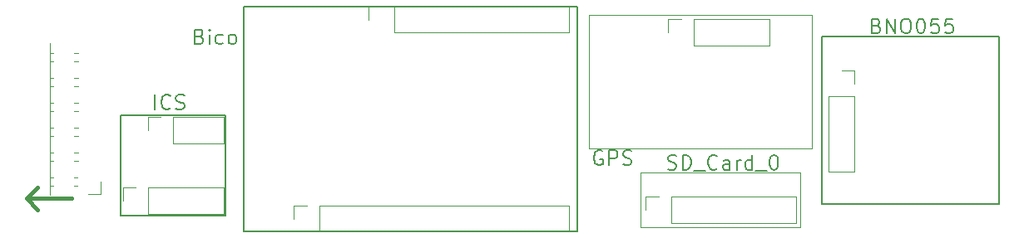
<source format=gbr>
%TF.GenerationSoftware,KiCad,Pcbnew,9.0.5*%
%TF.CreationDate,2025-11-06T16:05:17+09:00*%
%TF.ProjectId,________3,d6ecc3c9-dcfc-4c95-9f33-2e6b69636164,rev?*%
%TF.SameCoordinates,Original*%
%TF.FileFunction,Legend,Top*%
%TF.FilePolarity,Positive*%
%FSLAX46Y46*%
G04 Gerber Fmt 4.6, Leading zero omitted, Abs format (unit mm)*
G04 Created by KiCad (PCBNEW 9.0.5) date 2025-11-06 16:05:17*
%MOMM*%
%LPD*%
G01*
G04 APERTURE LIST*
%ADD10C,0.153000*%
%ADD11C,0.100000*%
%ADD12C,0.400000*%
%ADD13C,0.200000*%
%ADD14C,0.120000*%
G04 APERTURE END LIST*
D10*
X178245000Y-136310000D02*
X196335000Y-136310000D01*
X196335000Y-153450000D01*
X178245000Y-153450000D01*
X178245000Y-136310000D01*
D11*
X154555000Y-134140000D02*
X177225000Y-134140000D01*
X177225000Y-147730000D01*
X154555000Y-147730000D01*
X154555000Y-134140000D01*
X159850000Y-150170000D02*
X176110000Y-150170000D01*
X176110000Y-155810000D01*
X159850000Y-155810000D01*
X159850000Y-150170000D01*
D10*
X106900000Y-144325000D02*
X117600000Y-144325000D01*
X117600000Y-154595000D01*
X106900000Y-154595000D01*
X106900000Y-144325000D01*
X119440000Y-133236773D02*
X153380000Y-133236773D01*
X153380000Y-156206773D01*
X119440000Y-156206773D01*
X119440000Y-133236773D01*
D12*
X101878271Y-152850800D02*
X97306843Y-152850800D01*
X98449700Y-151707942D02*
X97306843Y-152850800D01*
X97306843Y-152850800D02*
X98449700Y-153993657D01*
D13*
X114948720Y-136310314D02*
X115163006Y-136381742D01*
X115163006Y-136381742D02*
X115234435Y-136453171D01*
X115234435Y-136453171D02*
X115305863Y-136596028D01*
X115305863Y-136596028D02*
X115305863Y-136810314D01*
X115305863Y-136810314D02*
X115234435Y-136953171D01*
X115234435Y-136953171D02*
X115163006Y-137024600D01*
X115163006Y-137024600D02*
X115020149Y-137096028D01*
X115020149Y-137096028D02*
X114448720Y-137096028D01*
X114448720Y-137096028D02*
X114448720Y-135596028D01*
X114448720Y-135596028D02*
X114948720Y-135596028D01*
X114948720Y-135596028D02*
X115091578Y-135667457D01*
X115091578Y-135667457D02*
X115163006Y-135738885D01*
X115163006Y-135738885D02*
X115234435Y-135881742D01*
X115234435Y-135881742D02*
X115234435Y-136024600D01*
X115234435Y-136024600D02*
X115163006Y-136167457D01*
X115163006Y-136167457D02*
X115091578Y-136238885D01*
X115091578Y-136238885D02*
X114948720Y-136310314D01*
X114948720Y-136310314D02*
X114448720Y-136310314D01*
X115948720Y-137096028D02*
X115948720Y-136096028D01*
X115948720Y-135596028D02*
X115877292Y-135667457D01*
X115877292Y-135667457D02*
X115948720Y-135738885D01*
X115948720Y-135738885D02*
X116020149Y-135667457D01*
X116020149Y-135667457D02*
X115948720Y-135596028D01*
X115948720Y-135596028D02*
X115948720Y-135738885D01*
X117305864Y-137024600D02*
X117163006Y-137096028D01*
X117163006Y-137096028D02*
X116877292Y-137096028D01*
X116877292Y-137096028D02*
X116734435Y-137024600D01*
X116734435Y-137024600D02*
X116663006Y-136953171D01*
X116663006Y-136953171D02*
X116591578Y-136810314D01*
X116591578Y-136810314D02*
X116591578Y-136381742D01*
X116591578Y-136381742D02*
X116663006Y-136238885D01*
X116663006Y-136238885D02*
X116734435Y-136167457D01*
X116734435Y-136167457D02*
X116877292Y-136096028D01*
X116877292Y-136096028D02*
X117163006Y-136096028D01*
X117163006Y-136096028D02*
X117305864Y-136167457D01*
X118163006Y-137096028D02*
X118020149Y-137024600D01*
X118020149Y-137024600D02*
X117948720Y-136953171D01*
X117948720Y-136953171D02*
X117877292Y-136810314D01*
X117877292Y-136810314D02*
X117877292Y-136381742D01*
X117877292Y-136381742D02*
X117948720Y-136238885D01*
X117948720Y-136238885D02*
X118020149Y-136167457D01*
X118020149Y-136167457D02*
X118163006Y-136096028D01*
X118163006Y-136096028D02*
X118377292Y-136096028D01*
X118377292Y-136096028D02*
X118520149Y-136167457D01*
X118520149Y-136167457D02*
X118591578Y-136238885D01*
X118591578Y-136238885D02*
X118663006Y-136381742D01*
X118663006Y-136381742D02*
X118663006Y-136810314D01*
X118663006Y-136810314D02*
X118591578Y-136953171D01*
X118591578Y-136953171D02*
X118520149Y-137024600D01*
X118520149Y-137024600D02*
X118377292Y-137096028D01*
X118377292Y-137096028D02*
X118163006Y-137096028D01*
X110378720Y-143756028D02*
X110378720Y-142256028D01*
X111950149Y-143613171D02*
X111878721Y-143684600D01*
X111878721Y-143684600D02*
X111664435Y-143756028D01*
X111664435Y-143756028D02*
X111521578Y-143756028D01*
X111521578Y-143756028D02*
X111307292Y-143684600D01*
X111307292Y-143684600D02*
X111164435Y-143541742D01*
X111164435Y-143541742D02*
X111093006Y-143398885D01*
X111093006Y-143398885D02*
X111021578Y-143113171D01*
X111021578Y-143113171D02*
X111021578Y-142898885D01*
X111021578Y-142898885D02*
X111093006Y-142613171D01*
X111093006Y-142613171D02*
X111164435Y-142470314D01*
X111164435Y-142470314D02*
X111307292Y-142327457D01*
X111307292Y-142327457D02*
X111521578Y-142256028D01*
X111521578Y-142256028D02*
X111664435Y-142256028D01*
X111664435Y-142256028D02*
X111878721Y-142327457D01*
X111878721Y-142327457D02*
X111950149Y-142398885D01*
X112521578Y-143684600D02*
X112735864Y-143756028D01*
X112735864Y-143756028D02*
X113093006Y-143756028D01*
X113093006Y-143756028D02*
X113235864Y-143684600D01*
X113235864Y-143684600D02*
X113307292Y-143613171D01*
X113307292Y-143613171D02*
X113378721Y-143470314D01*
X113378721Y-143470314D02*
X113378721Y-143327457D01*
X113378721Y-143327457D02*
X113307292Y-143184600D01*
X113307292Y-143184600D02*
X113235864Y-143113171D01*
X113235864Y-143113171D02*
X113093006Y-143041742D01*
X113093006Y-143041742D02*
X112807292Y-142970314D01*
X112807292Y-142970314D02*
X112664435Y-142898885D01*
X112664435Y-142898885D02*
X112593006Y-142827457D01*
X112593006Y-142827457D02*
X112521578Y-142684600D01*
X112521578Y-142684600D02*
X112521578Y-142541742D01*
X112521578Y-142541742D02*
X112593006Y-142398885D01*
X112593006Y-142398885D02*
X112664435Y-142327457D01*
X112664435Y-142327457D02*
X112807292Y-142256028D01*
X112807292Y-142256028D02*
X113164435Y-142256028D01*
X113164435Y-142256028D02*
X113378721Y-142327457D01*
X183848720Y-135200314D02*
X184063006Y-135271742D01*
X184063006Y-135271742D02*
X184134435Y-135343171D01*
X184134435Y-135343171D02*
X184205863Y-135486028D01*
X184205863Y-135486028D02*
X184205863Y-135700314D01*
X184205863Y-135700314D02*
X184134435Y-135843171D01*
X184134435Y-135843171D02*
X184063006Y-135914600D01*
X184063006Y-135914600D02*
X183920149Y-135986028D01*
X183920149Y-135986028D02*
X183348720Y-135986028D01*
X183348720Y-135986028D02*
X183348720Y-134486028D01*
X183348720Y-134486028D02*
X183848720Y-134486028D01*
X183848720Y-134486028D02*
X183991578Y-134557457D01*
X183991578Y-134557457D02*
X184063006Y-134628885D01*
X184063006Y-134628885D02*
X184134435Y-134771742D01*
X184134435Y-134771742D02*
X184134435Y-134914600D01*
X184134435Y-134914600D02*
X184063006Y-135057457D01*
X184063006Y-135057457D02*
X183991578Y-135128885D01*
X183991578Y-135128885D02*
X183848720Y-135200314D01*
X183848720Y-135200314D02*
X183348720Y-135200314D01*
X184848720Y-135986028D02*
X184848720Y-134486028D01*
X184848720Y-134486028D02*
X185705863Y-135986028D01*
X185705863Y-135986028D02*
X185705863Y-134486028D01*
X186705864Y-134486028D02*
X186991578Y-134486028D01*
X186991578Y-134486028D02*
X187134435Y-134557457D01*
X187134435Y-134557457D02*
X187277292Y-134700314D01*
X187277292Y-134700314D02*
X187348721Y-134986028D01*
X187348721Y-134986028D02*
X187348721Y-135486028D01*
X187348721Y-135486028D02*
X187277292Y-135771742D01*
X187277292Y-135771742D02*
X187134435Y-135914600D01*
X187134435Y-135914600D02*
X186991578Y-135986028D01*
X186991578Y-135986028D02*
X186705864Y-135986028D01*
X186705864Y-135986028D02*
X186563007Y-135914600D01*
X186563007Y-135914600D02*
X186420149Y-135771742D01*
X186420149Y-135771742D02*
X186348721Y-135486028D01*
X186348721Y-135486028D02*
X186348721Y-134986028D01*
X186348721Y-134986028D02*
X186420149Y-134700314D01*
X186420149Y-134700314D02*
X186563007Y-134557457D01*
X186563007Y-134557457D02*
X186705864Y-134486028D01*
X188277293Y-134486028D02*
X188420150Y-134486028D01*
X188420150Y-134486028D02*
X188563007Y-134557457D01*
X188563007Y-134557457D02*
X188634436Y-134628885D01*
X188634436Y-134628885D02*
X188705864Y-134771742D01*
X188705864Y-134771742D02*
X188777293Y-135057457D01*
X188777293Y-135057457D02*
X188777293Y-135414600D01*
X188777293Y-135414600D02*
X188705864Y-135700314D01*
X188705864Y-135700314D02*
X188634436Y-135843171D01*
X188634436Y-135843171D02*
X188563007Y-135914600D01*
X188563007Y-135914600D02*
X188420150Y-135986028D01*
X188420150Y-135986028D02*
X188277293Y-135986028D01*
X188277293Y-135986028D02*
X188134436Y-135914600D01*
X188134436Y-135914600D02*
X188063007Y-135843171D01*
X188063007Y-135843171D02*
X187991578Y-135700314D01*
X187991578Y-135700314D02*
X187920150Y-135414600D01*
X187920150Y-135414600D02*
X187920150Y-135057457D01*
X187920150Y-135057457D02*
X187991578Y-134771742D01*
X187991578Y-134771742D02*
X188063007Y-134628885D01*
X188063007Y-134628885D02*
X188134436Y-134557457D01*
X188134436Y-134557457D02*
X188277293Y-134486028D01*
X190134435Y-134486028D02*
X189420149Y-134486028D01*
X189420149Y-134486028D02*
X189348721Y-135200314D01*
X189348721Y-135200314D02*
X189420149Y-135128885D01*
X189420149Y-135128885D02*
X189563007Y-135057457D01*
X189563007Y-135057457D02*
X189920149Y-135057457D01*
X189920149Y-135057457D02*
X190063007Y-135128885D01*
X190063007Y-135128885D02*
X190134435Y-135200314D01*
X190134435Y-135200314D02*
X190205864Y-135343171D01*
X190205864Y-135343171D02*
X190205864Y-135700314D01*
X190205864Y-135700314D02*
X190134435Y-135843171D01*
X190134435Y-135843171D02*
X190063007Y-135914600D01*
X190063007Y-135914600D02*
X189920149Y-135986028D01*
X189920149Y-135986028D02*
X189563007Y-135986028D01*
X189563007Y-135986028D02*
X189420149Y-135914600D01*
X189420149Y-135914600D02*
X189348721Y-135843171D01*
X191563006Y-134486028D02*
X190848720Y-134486028D01*
X190848720Y-134486028D02*
X190777292Y-135200314D01*
X190777292Y-135200314D02*
X190848720Y-135128885D01*
X190848720Y-135128885D02*
X190991578Y-135057457D01*
X190991578Y-135057457D02*
X191348720Y-135057457D01*
X191348720Y-135057457D02*
X191491578Y-135128885D01*
X191491578Y-135128885D02*
X191563006Y-135200314D01*
X191563006Y-135200314D02*
X191634435Y-135343171D01*
X191634435Y-135343171D02*
X191634435Y-135700314D01*
X191634435Y-135700314D02*
X191563006Y-135843171D01*
X191563006Y-135843171D02*
X191491578Y-135914600D01*
X191491578Y-135914600D02*
X191348720Y-135986028D01*
X191348720Y-135986028D02*
X190991578Y-135986028D01*
X190991578Y-135986028D02*
X190848720Y-135914600D01*
X190848720Y-135914600D02*
X190777292Y-135843171D01*
X162607292Y-149824600D02*
X162821578Y-149896028D01*
X162821578Y-149896028D02*
X163178720Y-149896028D01*
X163178720Y-149896028D02*
X163321578Y-149824600D01*
X163321578Y-149824600D02*
X163393006Y-149753171D01*
X163393006Y-149753171D02*
X163464435Y-149610314D01*
X163464435Y-149610314D02*
X163464435Y-149467457D01*
X163464435Y-149467457D02*
X163393006Y-149324600D01*
X163393006Y-149324600D02*
X163321578Y-149253171D01*
X163321578Y-149253171D02*
X163178720Y-149181742D01*
X163178720Y-149181742D02*
X162893006Y-149110314D01*
X162893006Y-149110314D02*
X162750149Y-149038885D01*
X162750149Y-149038885D02*
X162678720Y-148967457D01*
X162678720Y-148967457D02*
X162607292Y-148824600D01*
X162607292Y-148824600D02*
X162607292Y-148681742D01*
X162607292Y-148681742D02*
X162678720Y-148538885D01*
X162678720Y-148538885D02*
X162750149Y-148467457D01*
X162750149Y-148467457D02*
X162893006Y-148396028D01*
X162893006Y-148396028D02*
X163250149Y-148396028D01*
X163250149Y-148396028D02*
X163464435Y-148467457D01*
X164107291Y-149896028D02*
X164107291Y-148396028D01*
X164107291Y-148396028D02*
X164464434Y-148396028D01*
X164464434Y-148396028D02*
X164678720Y-148467457D01*
X164678720Y-148467457D02*
X164821577Y-148610314D01*
X164821577Y-148610314D02*
X164893006Y-148753171D01*
X164893006Y-148753171D02*
X164964434Y-149038885D01*
X164964434Y-149038885D02*
X164964434Y-149253171D01*
X164964434Y-149253171D02*
X164893006Y-149538885D01*
X164893006Y-149538885D02*
X164821577Y-149681742D01*
X164821577Y-149681742D02*
X164678720Y-149824600D01*
X164678720Y-149824600D02*
X164464434Y-149896028D01*
X164464434Y-149896028D02*
X164107291Y-149896028D01*
X165250149Y-150038885D02*
X166393006Y-150038885D01*
X167607291Y-149753171D02*
X167535863Y-149824600D01*
X167535863Y-149824600D02*
X167321577Y-149896028D01*
X167321577Y-149896028D02*
X167178720Y-149896028D01*
X167178720Y-149896028D02*
X166964434Y-149824600D01*
X166964434Y-149824600D02*
X166821577Y-149681742D01*
X166821577Y-149681742D02*
X166750148Y-149538885D01*
X166750148Y-149538885D02*
X166678720Y-149253171D01*
X166678720Y-149253171D02*
X166678720Y-149038885D01*
X166678720Y-149038885D02*
X166750148Y-148753171D01*
X166750148Y-148753171D02*
X166821577Y-148610314D01*
X166821577Y-148610314D02*
X166964434Y-148467457D01*
X166964434Y-148467457D02*
X167178720Y-148396028D01*
X167178720Y-148396028D02*
X167321577Y-148396028D01*
X167321577Y-148396028D02*
X167535863Y-148467457D01*
X167535863Y-148467457D02*
X167607291Y-148538885D01*
X168893006Y-149896028D02*
X168893006Y-149110314D01*
X168893006Y-149110314D02*
X168821577Y-148967457D01*
X168821577Y-148967457D02*
X168678720Y-148896028D01*
X168678720Y-148896028D02*
X168393006Y-148896028D01*
X168393006Y-148896028D02*
X168250148Y-148967457D01*
X168893006Y-149824600D02*
X168750148Y-149896028D01*
X168750148Y-149896028D02*
X168393006Y-149896028D01*
X168393006Y-149896028D02*
X168250148Y-149824600D01*
X168250148Y-149824600D02*
X168178720Y-149681742D01*
X168178720Y-149681742D02*
X168178720Y-149538885D01*
X168178720Y-149538885D02*
X168250148Y-149396028D01*
X168250148Y-149396028D02*
X168393006Y-149324600D01*
X168393006Y-149324600D02*
X168750148Y-149324600D01*
X168750148Y-149324600D02*
X168893006Y-149253171D01*
X169607291Y-149896028D02*
X169607291Y-148896028D01*
X169607291Y-149181742D02*
X169678720Y-149038885D01*
X169678720Y-149038885D02*
X169750149Y-148967457D01*
X169750149Y-148967457D02*
X169893006Y-148896028D01*
X169893006Y-148896028D02*
X170035863Y-148896028D01*
X171178720Y-149896028D02*
X171178720Y-148396028D01*
X171178720Y-149824600D02*
X171035862Y-149896028D01*
X171035862Y-149896028D02*
X170750148Y-149896028D01*
X170750148Y-149896028D02*
X170607291Y-149824600D01*
X170607291Y-149824600D02*
X170535862Y-149753171D01*
X170535862Y-149753171D02*
X170464434Y-149610314D01*
X170464434Y-149610314D02*
X170464434Y-149181742D01*
X170464434Y-149181742D02*
X170535862Y-149038885D01*
X170535862Y-149038885D02*
X170607291Y-148967457D01*
X170607291Y-148967457D02*
X170750148Y-148896028D01*
X170750148Y-148896028D02*
X171035862Y-148896028D01*
X171035862Y-148896028D02*
X171178720Y-148967457D01*
X171535863Y-150038885D02*
X172678720Y-150038885D01*
X173321577Y-148396028D02*
X173464434Y-148396028D01*
X173464434Y-148396028D02*
X173607291Y-148467457D01*
X173607291Y-148467457D02*
X173678720Y-148538885D01*
X173678720Y-148538885D02*
X173750148Y-148681742D01*
X173750148Y-148681742D02*
X173821577Y-148967457D01*
X173821577Y-148967457D02*
X173821577Y-149324600D01*
X173821577Y-149324600D02*
X173750148Y-149610314D01*
X173750148Y-149610314D02*
X173678720Y-149753171D01*
X173678720Y-149753171D02*
X173607291Y-149824600D01*
X173607291Y-149824600D02*
X173464434Y-149896028D01*
X173464434Y-149896028D02*
X173321577Y-149896028D01*
X173321577Y-149896028D02*
X173178720Y-149824600D01*
X173178720Y-149824600D02*
X173107291Y-149753171D01*
X173107291Y-149753171D02*
X173035862Y-149610314D01*
X173035862Y-149610314D02*
X172964434Y-149324600D01*
X172964434Y-149324600D02*
X172964434Y-148967457D01*
X172964434Y-148967457D02*
X173035862Y-148681742D01*
X173035862Y-148681742D02*
X173107291Y-148538885D01*
X173107291Y-148538885D02*
X173178720Y-148467457D01*
X173178720Y-148467457D02*
X173321577Y-148396028D01*
X155904435Y-148017457D02*
X155761578Y-147946028D01*
X155761578Y-147946028D02*
X155547292Y-147946028D01*
X155547292Y-147946028D02*
X155333006Y-148017457D01*
X155333006Y-148017457D02*
X155190149Y-148160314D01*
X155190149Y-148160314D02*
X155118720Y-148303171D01*
X155118720Y-148303171D02*
X155047292Y-148588885D01*
X155047292Y-148588885D02*
X155047292Y-148803171D01*
X155047292Y-148803171D02*
X155118720Y-149088885D01*
X155118720Y-149088885D02*
X155190149Y-149231742D01*
X155190149Y-149231742D02*
X155333006Y-149374600D01*
X155333006Y-149374600D02*
X155547292Y-149446028D01*
X155547292Y-149446028D02*
X155690149Y-149446028D01*
X155690149Y-149446028D02*
X155904435Y-149374600D01*
X155904435Y-149374600D02*
X155975863Y-149303171D01*
X155975863Y-149303171D02*
X155975863Y-148803171D01*
X155975863Y-148803171D02*
X155690149Y-148803171D01*
X156618720Y-149446028D02*
X156618720Y-147946028D01*
X156618720Y-147946028D02*
X157190149Y-147946028D01*
X157190149Y-147946028D02*
X157333006Y-148017457D01*
X157333006Y-148017457D02*
X157404435Y-148088885D01*
X157404435Y-148088885D02*
X157475863Y-148231742D01*
X157475863Y-148231742D02*
X157475863Y-148446028D01*
X157475863Y-148446028D02*
X157404435Y-148588885D01*
X157404435Y-148588885D02*
X157333006Y-148660314D01*
X157333006Y-148660314D02*
X157190149Y-148731742D01*
X157190149Y-148731742D02*
X156618720Y-148731742D01*
X158047292Y-149374600D02*
X158261578Y-149446028D01*
X158261578Y-149446028D02*
X158618720Y-149446028D01*
X158618720Y-149446028D02*
X158761578Y-149374600D01*
X158761578Y-149374600D02*
X158833006Y-149303171D01*
X158833006Y-149303171D02*
X158904435Y-149160314D01*
X158904435Y-149160314D02*
X158904435Y-149017457D01*
X158904435Y-149017457D02*
X158833006Y-148874600D01*
X158833006Y-148874600D02*
X158761578Y-148803171D01*
X158761578Y-148803171D02*
X158618720Y-148731742D01*
X158618720Y-148731742D02*
X158333006Y-148660314D01*
X158333006Y-148660314D02*
X158190149Y-148588885D01*
X158190149Y-148588885D02*
X158118720Y-148517457D01*
X158118720Y-148517457D02*
X158047292Y-148374600D01*
X158047292Y-148374600D02*
X158047292Y-148231742D01*
X158047292Y-148231742D02*
X158118720Y-148088885D01*
X158118720Y-148088885D02*
X158190149Y-148017457D01*
X158190149Y-148017457D02*
X158333006Y-147946028D01*
X158333006Y-147946028D02*
X158690149Y-147946028D01*
X158690149Y-147946028D02*
X158904435Y-148017457D01*
D14*
%TO.C,J6*%
X107120000Y-151740000D02*
X108450000Y-151740000D01*
X107120000Y-153070000D02*
X107120000Y-151740000D01*
X109720000Y-151740000D02*
X117400000Y-151740000D01*
X109720000Y-154400000D02*
X109720000Y-151740000D01*
X109720000Y-154400000D02*
X117400000Y-154400000D01*
X117400000Y-154400000D02*
X117400000Y-151740000D01*
%TO.C,J2*%
X178935000Y-142410000D02*
X178935000Y-150090000D01*
X178935000Y-142410000D02*
X181595000Y-142410000D01*
X178935000Y-150090000D02*
X181595000Y-150090000D01*
X180265000Y-139810000D02*
X181595000Y-139810000D01*
X181595000Y-139810000D02*
X181595000Y-141140000D01*
X181595000Y-142410000D02*
X181595000Y-150090000D01*
%TO.C,J3*%
X160310000Y-152680000D02*
X161640000Y-152680000D01*
X160310000Y-154010000D02*
X160310000Y-152680000D01*
X162910000Y-152680000D02*
X175670000Y-152680000D01*
X162910000Y-155340000D02*
X162910000Y-152680000D01*
X162910000Y-155340000D02*
X175670000Y-155340000D01*
X175670000Y-155340000D02*
X175670000Y-152680000D01*
%TO.C,J1*%
X99700000Y-152475000D02*
X99700000Y-137015000D01*
X100012642Y-137965000D02*
X99700000Y-137965000D01*
X100012642Y-138825000D02*
X99700000Y-138825000D01*
X100012642Y-140505000D02*
X99700000Y-140505000D01*
X100012642Y-141365000D02*
X99700000Y-141365000D01*
X100012642Y-143045000D02*
X99700000Y-143045000D01*
X100012642Y-143905000D02*
X99700000Y-143905000D01*
X100012642Y-145585000D02*
X99700000Y-145585000D01*
X100012642Y-146445000D02*
X99700000Y-146445000D01*
X100012642Y-148125000D02*
X99700000Y-148125000D01*
X100012642Y-148985000D02*
X99700000Y-148985000D01*
X100012642Y-150665000D02*
X99700000Y-150665000D01*
X100012642Y-151525000D02*
X99700000Y-151525000D01*
X102470000Y-150665000D02*
X102167358Y-150665000D01*
X102470000Y-151525000D02*
X102167358Y-151525000D01*
X102552642Y-137965000D02*
X102167358Y-137965000D01*
X102552642Y-138825000D02*
X102167358Y-138825000D01*
X102552642Y-140505000D02*
X102167358Y-140505000D01*
X102552642Y-141365000D02*
X102167358Y-141365000D01*
X102552642Y-143045000D02*
X102167358Y-143045000D01*
X102552642Y-143905000D02*
X102167358Y-143905000D01*
X102552642Y-145585000D02*
X102167358Y-145585000D01*
X102552642Y-146445000D02*
X102167358Y-146445000D01*
X102552642Y-148125000D02*
X102167358Y-148125000D01*
X102552642Y-148985000D02*
X102167358Y-148985000D01*
X104900000Y-151095000D02*
X104900000Y-152365000D01*
X104900000Y-152365000D02*
X103630000Y-152365000D01*
%TO.C,J7*%
X132127430Y-133260000D02*
X133457430Y-133260000D01*
X132127430Y-134590000D02*
X132127430Y-133260000D01*
X134727430Y-133260000D02*
X152567430Y-133260000D01*
X134727430Y-135920000D02*
X134727430Y-133260000D01*
X134727430Y-135920000D02*
X152567430Y-135920000D01*
X152567430Y-135920000D02*
X152567430Y-133260000D01*
%TO.C,J8*%
X109660000Y-144540000D02*
X110990000Y-144540000D01*
X109660000Y-145870000D02*
X109660000Y-144540000D01*
X112260000Y-144540000D02*
X117400000Y-144540000D01*
X112260000Y-147200000D02*
X112260000Y-144540000D01*
X112260000Y-147200000D02*
X117400000Y-147200000D01*
X117400000Y-147200000D02*
X117400000Y-144540000D01*
%TO.C,J4*%
X162620000Y-134550000D02*
X163950000Y-134550000D01*
X162620000Y-135880000D02*
X162620000Y-134550000D01*
X165220000Y-134550000D02*
X172900000Y-134550000D01*
X165220000Y-137210000D02*
X165220000Y-134550000D01*
X165220000Y-137210000D02*
X172900000Y-137210000D01*
X172900000Y-137210000D02*
X172900000Y-134550000D01*
%TO.C,J5*%
X124507430Y-153580000D02*
X125837430Y-153580000D01*
X124507430Y-154910000D02*
X124507430Y-153580000D01*
X127107430Y-153580000D02*
X152567430Y-153580000D01*
X127107430Y-156240000D02*
X127107430Y-153580000D01*
X127107430Y-156240000D02*
X152567430Y-156240000D01*
X152567430Y-156240000D02*
X152567430Y-153580000D01*
%TD*%
M02*

</source>
